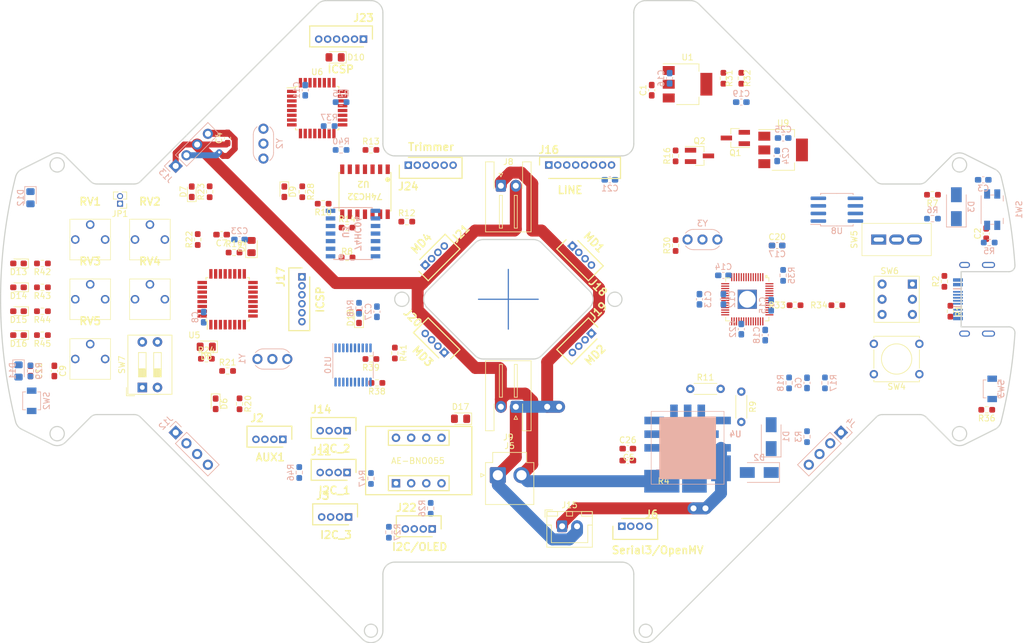
<source format=kicad_pcb>
(kicad_pcb (version 20211014) (generator pcbnew)
  (layers (0 "F.Cu" signal) (31 "B.Cu" signal) (34 "B.Paste" user) (35 "F.Paste" user) (36 "B.SilkS" user "B.Silkscreen") (37 "F.SilkS" user "F.Silkscreen") (38 "B.Mask" user) (39 "F.Mask" user) (44 "Edge.Cuts" user))
  (net 0 "")
  (net 1 "Net-(C1-Pad1)")
  (net 2 "SW1_6")
  (net 3 "+5V")
  (net 4 "SW1_3")
  (net 5 "RESET")
  (net 6 "+15V")
  (net 7 "+3.3VA")
  (net 8 "Vbatt")
  (net 9 "Net-(J16-Pad1)")
  (net 10 "Net-(C8-Pad1)")
  (net 11 "+1V1")
  (net 12 "SCL_IMU")
  (net 13 "Net-(D1-Pad2)")
  (net 14 "Net-(C11-Pad1)")
  (net 15 "Net-(D4-Pad2)")
  (net 16 "Net-(C19-Pad1)")
  (net 17 "Net-(D7-Pad2)")
  (net 18 "Net-(C25-Pad1)")
  (net 19 "Net-(D9-Pad2)")
  (net 20 "Net-(D12-Pad2)")
  (net 21 "/rp2040/GPIO14{slash}19")
  (net 22 "/rp2040/GPIO15{slash}20")
  (net 23 "/Sheet63625160/SCL_1")
  (net 24 "/Sheet63625160/SDA_1")
  (net 25 "/rp2040/GPIO08{slash}11")
  (net 26 "Net-(D13-Pad1)")
  (net 27 "/rp2040/GPIO26{slash}31")
  (net 28 "Net-(D13-Pad2)")
  (net 29 "Net-(D6-Pad2)")
  (net 30 "/rp2040/GPIO22{slash}29")
  (net 31 "SDA_IMU")
  (net 32 "Net-(J17-Pad1)")
  (net 33 "Net-(J17-Pad3)")
  (net 34 "Net-(J17-Pad4)")
  (net 35 "Net-(D14-Pad1)")
  (net 36 "Net-(D17-Pad2)")
  (net 37 "Net-(D15-Pad1)")
  (net 38 "Net-(D18-Pad2)")
  (net 39 "Net-(D16-Pad1)")
  (net 40 "Net-(J4-Pad3)")
  (net 41 "Net-(J6-Pad3)")
  (net 42 "Net-(J1-Pad5)")
  (net 43 "Net-(J1-Pad6)")
  (net 44 "Vcc1")
  (net 45 "Net-(J16-Pad2)")
  (net 46 "Net-(J20-Pad1)")
  (net 47 "Net-(J16-Pad3)")
  (net 48 "/rp2040/GPIO13{slash}17")
  (net 49 "/rp2040/GPIO21{slash}27")
  (net 50 "Net-(Q1-Pad3)")
  (net 51 "/rp2040/GPIO12{slash}16")
  (net 52 "Net-(J16-Pad4)")
  (net 53 "Net-(J16-Pad5)")
  (net 54 "Net-(J20-Pad2)")
  (net 55 "Net-(J20-Pad4)")
  (net 56 "Net-(J21-Pad1)")
  (net 57 "/rp2040/GPIO00{slash}01")
  (net 58 "/rp2040/GPIO01{slash}02")
  (net 59 "/rp2040/GPIO09{slash}12")
  (net 60 "Net-(J21-Pad2)")
  (net 61 "Net-(J19-Pad1)")
  (net 62 "Net-(J21-Pad4)")
  (net 63 "Net-(J23-Pad3)")
  (net 64 "SW1_5")
  (net 65 "SW1_2")
  (net 66 "SW1_1")
  (net 67 "Net-(J23-Pad1)")
  (net 68 "SW1_4")
  (net 69 "Net-(J16-Pad6)")
  (net 70 "ADC_VREF")
  (net 71 "USB_DP")
  (net 72 "USB_DM")
  (net 73 "QSPI_SS")
  (net 74 "Net-(J24-Pad1)")
  (net 75 "/rp2040/GPIO20{slash}26")
  (net 76 "/rp2040/GPIO28{slash}34")
  (net 77 "/rp2040/GPIO16{slash}21")
  (net 78 "/rp2040/GPIO18{slash}24")
  (net 79 "Net-(J23-Pad4)")
  (net 80 "/rp2040/GPIO17{slash}22")
  (net 81 "/rp2040/GPIO19{slash}25")
  (net 82 "/LineTrimmer/SCL")
  (net 83 "/LineTrimmer/SDA")
  (net 84 "Net-(J24-Pad2)")
  (net 85 "Line5")
  (net 86 "Net-(J24-Pad3)")
  (net 87 "Net-(J24-Pad4)")
  (net 88 "Net-(R9-Pad2)")
  (net 89 "QSPI_SD3")
  (net 90 "QSPI_CLK")
  (net 91 "QSPI_SD0")
  (net 92 "QSPI_SD2")
  (net 93 "QSPI_SD1")
  (net 94 "Net-(R13-Pad1)")
  (net 95 "Net-(R8-Pad1)")
  (net 96 "Net-(R14-Pad1)")
  (net 97 "Net-(R10-Pad1)")
  (net 98 "Net-(R19-Pad1)")
  (net 99 "Net-(R23-Pad1)")
  (net 100 "Net-(R11-Pad2)")
  (net 101 "Net-(R12-Pad1)")
  (net 102 "Net-(R28-Pad1)")
  (net 103 "Net-(R30-Pad1)")
  (net 104 "Net-(R30-Pad2)")
  (net 105 "Net-(R33-Pad1)")
  (net 106 "Net-(R34-Pad1)")
  (net 107 "Net-(R36-Pad1)")
  (net 108 "Net-(R25-Pad1)")
  (net 109 "Net-(R38-Pad2)")
  (net 110 "Net-(R39-Pad2)")
  (net 111 "Net-(R37-Pad1)")
  (net 112 "Net-(R40-Pad1)")
  (net 113 "Net-(U5-Pad7)")
  (net 114 "Net-(R43-Pad1)")
  (net 115 "Net-(U5-Pad8)")
  (net 118 "Net-(U2-Pad11)")
  (net 119 "Net-(U2-Pad12)")
  (net 120 "Net-(U2-Pad13)")
  (net 121 "Net-(U2-Pad14)")
  (net 134 "Net-(U6-Pad7)")
  (net 135 "Net-(U6-Pad8)")
  (net 146 "Net-(U7-Pad20)")
  (net 154 "Net-(R41-Pad2)")
  (net 155 "Net-(J19-Pad2)")
  (net 156 "Net-(J19-Pad4)")
  (net 158 "Net-(R37-Pad2)")
  (net 160 "Net-(R40-Pad2)")
  (net 161 "Net-(R45-Pad1)")
  (net 162 "Net-(R44-Pad1)")
  (net 164 "Net-(R42-Pad1)")
  (footprint "Resistor_SMD:R_0603_1608Metric_Pad0.98x0.95mm_HandSolder" (layer "F.Cu") (at 105 117.5 -90)
    (fp_text reference "R20")
    (fp_text value "470")
  )
  (footprint "0.main.robot:MFS101D-14-Z" (layer "F.Cu") (at 215 90 90)
    (fp_text reference "SW5")
    (fp_text value "GOAL")
  )
  (footprint "0.main.robot:Trim-GF063P" (layer "F.Cu") (at 90 90)
    (fp_text reference "RV2")
    (fp_text value "20K" hide)
  )
  (footprint "Resistor_SMD:R_0603_1608Metric_Pad0.98x0.95mm_HandSolder" (layer "F.Cu") (at 115.5 82 -90)
    (fp_text reference "R28")
    (fp_text value "470")
  )
  (footprint "0.main.robot:JSTB6B-ZR" (layer "F.Cu") (at 115.45 96.25 90)
    (fp_text reference "J17")
    (fp_text value "ICSP")
  )
  (footprint "Connector_JST:JST_XH_S2B-XH-A-1_1x02_P2.50mm_Horizontal" (layer "F.Cu") (at 148.75 81)
    (fp_text reference "J8")
    (fp_text value "MD1")
  )
  (footprint "0.main.robot:LED_SMLE13WBC8W1" (layer "F.Cu") (at 178.5 125 90)
    (fp_text reference "D4")
    (fp_text value "LED")
  )
  (footprint "Capacitor_SMD:C_0603_1608Metric_Pad1.08x0.95mm_HandSolder" (layer "F.Cu") (at 170 127)
    (fp_text reference "C5")
    (fp_text value "10u")
  )
  (footprint "0.main.robot:LED_SMLE13WBC8W1" (layer "F.Cu") (at 68 102 180)
    (fp_text reference "D15")
    (fp_text value "LED3_Y")
  )
  (footprint "Package_TO_SOT_SMD:SOT-223-3_TabPin2" (layer "F.Cu") (at 180 64)
    (fp_text reference "U1")
    (fp_text value "AZ1117CH-3.3")
  )
  (footprint "Resistor_SMD:R_0603_1608Metric_Pad0.98x0.95mm_HandSolder" (layer "F.Cu") (at 100 82 90)
    (fp_text reference "R23")
    (fp_text value "470")
  )
  (footprint "Resistor_SMD:R_0603_1608Metric_Pad0.98x0.95mm_HandSolder" (layer "F.Cu") (at 186 63 -90)
    (fp_text reference "R31")
    (fp_text value "200R")
  )
  (footprint "0.main.robot:SW_NKK_B-12CCPRM" (layer "F.Cu") (at 212.565 97.46)
    (fp_text reference "SW6")
    (fp_text value "START")
  )
  (footprint "Diode_SMD:D_0805_2012Metric_Pad1.15x1.40mm_HandSolder" (layer "F.Cu") (at 107 91.175 90)
    (fp_text reference "D5")
    (fp_text value "RSX101VAM-30TR")
  )
  (footprint "Resistor_SMD:R_0603_1608Metric_Pad0.98x0.95mm_HandSolder" (layer "F.Cu") (at 221 82.5 180)
    (fp_text reference "R7")
    (fp_text value "47k")
  )
  (footprint "0.main.robot:JSTB4B-ZR" (layer "F.Cu") (at 123 122)
    (fp_text reference "J14")
    (fp_text value "I2C_2")
  )
  (footprint "Connector_JST:JST_VH_B2P-VH-B_1x02_P3.96mm_Vertical" (layer "F.Cu") (at 148.2425 129.45)
    (fp_text reference "J5")
    (fp_text value "Power IN")
  )
  (footprint "Capacitor_SMD:C_0603_1608Metric_Pad1.08x0.95mm_HandSolder" (layer "F.Cu") (at 70 112 -90)
    (fp_text reference "C10")
    (fp_text value "0.1u")
  )
  (footprint "0.main.robot:JSTB4B-ZR" (layer "F.Cu") (at 139.272793 108.909189 -45)
    (fp_text reference "J20")
    (fp_text value "MD3")
  )
  (footprint "Resistor_SMD:R_0603_1608Metric_Pad0.98x0.95mm_HandSolder" (layer "F.Cu") (at 123 88)
    (fp_text reference "R14")
    (fp_text value "10k")
  )
  (footprint "Diode_SMD:D_0805_2012Metric_Pad1.15x1.40mm_HandSolder" (layer "F.Cu") (at 99.43 107.96 180)
    (fp_text reference "D8")
    (fp_text value "RSX101VAM-30TR")
  )
  (footprint "Button_Switch_THT:SW_DIP_SPSTx02_Slide_9.78x7.26mm_W7.62mm_P2.54mm" (layer "F.Cu") (at 88.725 114.7675 90)
    (fp_text reference "SW7")
    (fp_text value "AUX1")
  )
  (footprint "Resistor_SMD:R_0603_1608Metric_Pad0.98x0.95mm_HandSolder" (layer "F.Cu") (at 131 109 -90)
    (fp_text reference "R41")
    (fp_text value "47k")
  )
  (footprint "Resistor_SMD:R_0603_1608Metric_Pad0.98x0.95mm_HandSolder" (layer "F.Cu") (at 181.5 125 90)
    (fp_text reference "R15")
    (fp_text value "470")
  )
  (footprint "Resistor_SMD:R_0603_1608Metric_Pad0.98x0.95mm_HandSolder" (layer "F.Cu") (at 205 101)
    (fp_text reference "R34")
    (fp_text value "27.4R")
  )
  (footprint "0.main.robot:LED_SMLE13WBC8W1" (layer "F.Cu") (at 112.5 82 -90)
    (fp_text reference "D9")
    (fp_text value "LED(OSWT1608)")
  )
  (footprint "LED_SMD:LED_0603_1608Metric_Pad1.05x0.95mm_HandSolder" (layer "F.Cu") (at 97 82 90)
    (fp_text reference "D7")
    (fp_text value "LED(OSWT1608)")
  )
  (footprint "Package_TO_SOT_SMD:SOT-23_Handsoldering" (layer "F.Cu") (at 188 73 180)
    (fp_text reference "Q1")
    (fp_text value "AO3400A")
  )
  (footprint "Connector_JST:JST_XH_S2B-XH-A-1_1x02_P2.50mm_Horizontal" (layer "F.Cu") (at 151.25 118 180)
    (fp_text reference "J9")
    (fp_text value "MD2")
  )
  (footprint "Resistor_SMD:R_0603_1608Metric_Pad0.98x0.95mm_HandSolder" (layer "F.Cu") (at 123 93)
    (fp_text reference "R8")
    (fp_text value "10k")
  )
  (footprint "Connector_JST:JST_XH_B2B-XH-A_1x02_P2.50mm_Vertical" (layer "F.Cu") (at 159 138)
    (fp_text reference "J15")
    (fp_text value "5V OUT")
  )
  (footprint "0.main.robot:Trim-GF063P" (layer "F.Cu") (at 80 110)
    (fp_text reference "RV5")
    (fp_text value "20K" hide)
  )
  (footprint "Resistor_SMD:R_0603_1608Metric_Pad0.98x0.95mm_HandSolder" (layer "F.Cu") (at 127 110 180)
    (fp_text reference "R39")
    (fp_text value "47k")
  )
  (footprint "Resistor_SMD:R_0603_1608Metric_Pad0.98x0.95mm_HandSolder" (layer "F.Cu") (at 72 98 180)
    (fp_text reference "R43")
    (fp_text value "120")
  )
  (footprint "0.main.robot:JSTB6B-ZR" (layer "F.Cu") (at 125.75 56.45)
    (fp_text reference "J23")
    (fp_text value "ICSP")
  )
  (footprint "Resistor_SMD:R_0603_1608Metric_Pad0.98x0.95mm_HandSolder" (layer "F.Cu") (at 127 75)
    (fp_text reference "R13")
    (fp_text value "10k")
  )
  (footprint "0.main.robot:Trim-GF063P" (layer "F.Cu") (at 90 100)
    (fp_text reference "RV4")
    (fp_text value "20K" hide)
  )
  (footprint "Resistor_THT:R_Axial_DIN0204_L3.6mm_D1.6mm_P5.08mm_Horizontal" (layer "F.Cu") (at 180.46 115)
    (fp_text reference "R11")
    (fp_text value "330")
  )
  (footprint "Button_Switch_THT:SW_Tactile_Straight_KSA0Axx1LFTR" (layer "F.Cu") (at 218.81 112.54 180)
    (fp_text reference "SW4")
    (fp_text value "IMU SET")
  )
  (footprint "0.main.robot:JSTB4B-ZR" (layer "F.Cu") (at 136.090812 94.272793 -135)
    (fp_text reference "J21")
    (fp_text value "MD4")
  )
  (footprint "Package_TO_SOT_SMD:SOT-23_Handsoldering" (layer "F.Cu") (at 182 76)
    (fp_text reference "Q2")
    (fp_text value "AO3401A")
  )
  (footprint "Connector_PinHeader_1.27mm:PinHeader_1x02_P1.27mm_Vertical" (layer "F.Cu") (at 85 84 180)
    (fp_text reference "JP1")
    (fp_text value "Jumper_2_Bridged")
  )
  (footprint "Resistor_SMD:R_0603_1608Metric_Pad0.98x0.95mm_HandSolder" (layer "F.Cu") (at 230.0875 118.5 180)
    (fp_text reference "R36")
    (fp_text value "1kR")
  )
  (footprint "0.main.robot:LED_SMLE13WBC8W1" (layer "F.Cu") (at 125 103.0875 90)
    (fp_text reference "D18")
    (fp_text value "LED(OSWT1608)")
  )
  (footprint "Resistor_SMD:R_0603_1608Metric_Pad0.98x0.95mm_HandSolder" (layer "F.Cu") (at 103 112)
    (fp_text reference "R21")
    (fp_text value "47k")
  )
  (footprint "0.main.robot:JSTB8B-ZR" (layer "F.Cu") (at 156.775 77.525)
    (fp_text reference "J16")
    (fp_text value "LINE")
  )
  (footprint "Resistor_SMD:R_0603_1608Metric_Pad0.98x0.95mm_HandSolder" (layer "F.Cu") (at 98 90 90)
    (fp_text reference "R22")
    (fp_text value "47k")
  )
  (footprint "Resistor_SMD:R_0603_1608Metric_Pad0.98x0.95mm_HandSolder" (layer "F.Cu") (at 104.0875 92.175)
    (fp_text reference "R19")
    (fp_text value "47k")
  )
  (footprint "0.main.robot:JSTB4B-ZR" (layer "F.Cu") (at 169 138 180)
    (fp_text reference "J6")
    (fp_text value "Serial3/OpenMV")
  )
  (footprint "0.main.robot:Trim-GF063P" (layer "F.Cu") (at 80 100)
    (fp_text reference "RV3")
    (fp_text value "20K" hide)
  )
  (footprint "0.main.robot:JSTB4B-ZR" (layer "F.Cu") (at 112.25 123.45)
    (fp_text reference "J2")
    (fp_text value "AUX1")
  )
  (footprint "Resistor_SMD:R_0603_1608Metric_Pad0.98x0.95mm_HandSolder" (layer "F.Cu") (at 178 91 90)
    (fp_text reference "R30")
    (fp_text value "1k")
  )
  (footprint "Capacitor_SMD:C_0603_1608Metric_Pad1.08x0.95mm_HandSolder" (layer "F.Cu") (at 102 89.175 180)
    (fp_text reference "C7")
    (fp_text value "0.1u")
  )
  (footprint "0.main.robot:AE-BNO055" (layer "F.Cu") (at 135 127 90)
    (fp_text reference "U11" hide)
    (fp_text value "AE-BNO055" hide)
  )
  (footprint "Resistor_SMD:R_0603_1608Metric_Pad0.98x0.95mm_HandSolder" (layer "F.Cu") (at 119 84 180)
    (fp_text reference "R10")
    (fp_text value "10k")
  )
  (footprint "0.main.robot:JSTB4B-ZR" (layer "F.Cu") (at 137.25 138.45)
    (fp_text reference "J22")
    (fp_text value "I2C/OLED")
  )
  (footprint "Capacitor_SMD:C_0603_1608Metric_Pad1.08x0.95mm_HandSolder" (layer "F.Cu") (at 174 65 90)
    (fp_text reference "C1")
    (fp_text value "10uF")
  )
  (footprint "LED_SMD:LED_0603_1608Metric_Pad1.05x0.95mm_HandSolder" (layer "F.Cu") (at 101 117.5 -90)
    (fp_text reference "D6")
    (fp_text value "LED(OSWT1608)")
  )
  (footprint "Capacitor_SMD:C_0603_1608Metric_Pad1.08x0.95mm_HandSolder" (layer "F.Cu") (at 230 89 90)
    (fp_text reference "C2")
    (fp_text value "10uF")
  )
  (footprint "0.main.robot:SOP14W" (layer "F.Cu") (at 126 82 180)
    (fp_text reference "U2")
    (fp_text value "74HC32")
  )
  (footprint "0.main.robot:Trim-GF063P" (layer "F.Cu") (at 80 90)
    (fp_text reference "RV1")
    (fp_text value "20K" hide)
  )
  (footprint "0.main.robot:JSTB6B-ZR" (layer "F.Cu") (at 133.25 77.55 180)
    (fp_text reference "J24")
    (fp_text value "Trimmer")
  )
  (footprint "Resistor_SMD:R_0603_1608Metric_Pad0.98x0.95mm_HandSolder" (layer "F.Cu") (at 224 102 -90)
    (fp_text reference "R1")
    (fp_text value "5.1kR")
  )
  (footprint "Resistor_SMD:R_0603_1608Metric_Pad0.98x0.95mm_HandSolder" (layer "F.Cu") (at 72 106 180)
    (fp_text reference "R45")
    (fp_text value "120")
  )
  (footprint "0.main.robot:JSTB4B-ZR" (layer "F.Cu") (at 160.727208 91.090812 135)
    (fp_text reference "J18")
    (fp_text value "MD1")
  )
  (footprint "Capacitor_SMD:C_0603_1608Metric_Pad1.08x0.95mm_HandSolder" (layer "F.Cu") (at 74 112 -90)
    (fp_text reference "C9")
    (fp_text value "10u")
  )
  (footprint "Package_TO_SOT_SMD:SOT-223-3_TabPin2" (layer "F.Cu") (at 196 75)
    (fp_text reference "U9")
    (fp_text value "AZ1117CH-3.3")
  )
  (footprint "Capacitor_SMD:C_0603_1608Metric_Pad1.08x0.95mm_HandSolder" (layer "F.Cu") (at 170 125)
    (fp_text reference "C26")
    (fp_text value "0.1u")
  )
  (footprint "Package_QFP:TQFP-32_7x7mm_P0.8mm" (layer "F.Cu") (at 103 100 90)
    (fp_text reference "U5")
    (fp_text value "ATmega328P-AU")
  )
  (footprint "Capacitor_SMD:C_0603_1608Metric_Pad1.08x0.95mm_HandSolder" (layer "F.Cu") (at 103 73 90)
    (fp_text reference "C4")
    (fp_text value "10u")
  )
  (footprint "Resistor_SMD:R_0603_1608Metric_Pad0.98x0.95mm_HandSolder" (layer "F.Cu") (at 133 87)
    (fp_text reference "R12")
    (fp_text value "10k")
  )
  (footprint "0.main.robot:LED_SMLE13WBC8W1" (layer "F.Cu") (at 68 106 180)
    (fp_text reference "D16")
    (fp_text value "LED4_B")
  )
  (footprint "Resistor_SMD:R_0603_1608Metric_Pad0.98x0.95mm_HandSolder" (layer "F.Cu") (at 223 97 90)
    (fp_text reference "R2")
    (fp_text value "5.1kR")
  )
  (footprint "0.main.robot:LED_SMLE13WBC8W1" (layer "F.Cu") (at 68 94 180)
    (fp_text reference "D13")
    (fp_text value "LED1_R")
  )
  (footprint "Package_QFP:TQFP-32_7x7mm_P0.8mm" (layer "F.Cu") (at 118 68)
    (fp_text reference "U6")
    (fp_text value "ATmega328P-AU")
  )
  (footprint "0.main.robot:JSTB4B-ZR" (layer "F.Cu") (at 163.909189 105.727208 45)
    (fp_text reference "J19")
    (fp_text value "MD2")
  )
  (footprint "Resistor_SMD:R_0603_1608Metric_Pad0.98x0.95mm_HandSolder" (layer "F.Cu") (at 198 101)
    (fp_text reference "R33")
    (fp_text value "27.4R")
  )
  (footprint "Capacitor_SMD:C_0603_1608Metric_Pad1.08x0.95mm_HandSolder" (layer "F.Cu") (at 195 91)
    (fp_text reference "C20")
    (fp_text value "0.1u")
  )
  (footprint "Diode_SMD:D_0805_2012Metric_Pad1.15x1.40mm_HandSolder" (layer "F.Cu") (at 142 120 180)
    (fp_text reference "D17")
    (fp_text value "RSX101VAM-30")
  )
  (footprint "Resistor_SMD:R_0603_1608Metric_Pad0.98x0.95mm_HandSolder" (layer "F.Cu") (at 189 63 90)
    (fp_text reference "R32")
    (fp_text value "1R")
  )
  (footprint "0.main.robot:LED_SMLE13WBC8W1" (layer "F.Cu") (at 68 98 180)
    (fp_text reference "D14")
    (fp_text value "LED2_G")
  )
  (footprint "Resistor_SMD:R_0603_1608Metric_Pad0.98x0.95mm_HandSolder" (layer "F.Cu") (at 128 114 180)
    (fp_text reference "R38")
    (fp_text value "47k")
  )
  (footprint "0.main.robot:JSTB4B-ZR" (layer "F.Cu") (at 123 129)
    (fp_text reference "J11")
    (fp_text value "I2C_1")
  )
  (footprint "Resistor_SMD:R_0603_1608Metric_Pad0.98x0.95mm_HandSolder" (layer "F.Cu") (at 176 129 180)
    (fp_text reference "R4")
    (fp_text value "10k")
  )
  (footprint "rp2040:RP2040_hand" (layer "F.Cu") (at 190 100 -90)
    (fp_text reference "U7" hide)
    (fp_text value "RP2040" hide)
  )
  (footprint "Resistor_THT:R_Axial_DIN0204_L3.6mm_D1.6mm_P5.08mm_Horizontal" (layer "F.Cu") (at 189 115.46 -90)
    (fp_text reference "R9")
    (fp_text value "1k")
  )
  (footprint "Resistor_SMD:R_0603_1608Metric_Pad0.98x0.95mm_HandSolder" (layer "F.Cu") (at 72 102 180)
    (fp_text reference "R44")
    (fp_text value "120")
  )
  (footprint "Resistor_SMD:R_0603_1608Metric_Pad0.98x0.95mm_HandSolder" (layer "F.Cu") (at 99.455 109.96)
    (fp_text reference "R24")
    (fp_text value "10k")
  )
  (footprint "Resistor_SMD:R_0603_1608Metric_Pad0.98x0.95mm_HandSolder" (layer "F.Cu") (at 178 76 90)
    (fp_text reference "R16")
    (fp_text value "10k")
  )
  (footprint "0.main.robot:JSTB4B-ZR" (layer "F.Cu") (at 123.25 136.45)
    (fp_text reference "J3")
    (fp_text value "I2C_3")
  )
  (footprint "Diode_SMD:D_0805_2012Metric_Pad1.15x1.40mm_HandSolder" (layer "F.Cu") (at 121 59.5 180)
    (fp_text reference "D10")
    (fp_text value "RSX101VAM-30")
  )
  (footprint "Resistor_SMD:R_0603_1608Metric_Pad0.98x0.95mm_HandSolder" (layer "F.Cu") (at 72 94 180)
    (fp_text reference "R42")
    (fp_text value "120")
  )
  (footprint "Capacitor_SMD:C_0603_1608Metric_Pad1.08x0.95mm_HandSolder" (layer "B.Cu") (at 195 76 90)
    (fp_text reference "C24")
    (fp_text value "10uF")
  )
  (footprint "Capacitor_SMD:C_0603_1608Metric_Pad1.08x0.95mm_HandSolder" (layer "B.Cu") (at 196 73 180)
    (fp_text reference "C25")
    (fp_text value "10uF")
  )
  (footprint "Resistor_SMD:R_0603_1608Metric_Pad0.98x0.95mm_HandSolder" (layer "B.Cu") (at 196 96 90)
    (fp_text reference "R35")
    (fp_text value "10kR")
  )
  (footprint "0.main.robot:OKL-T3-W12N-C" (layer "B.Cu") (at 186.107 118.773)
    (fp_text reference "U4")
    (fp_text value "OKL-T_3-W12N-C" hide)
  )
  (footprint "Resistor_SMD:R_0603_1608Metric_Pad0.98x0.95mm_HandSolder" (layer "B.Cu") (at 137 135 -90)
    (fp_text reference "R26")
    (fp_text value "47k")
  )
  (footprint "Capacitor_SMD:C_0603_1608Metric_Pad1.08x0.95mm_HandSolder" (layer "B.Cu") (at 186 96 180)
    (fp_text reference "C14")
    (fp_text value "1uF")
  )
  (footprint "Resistor_SMD:R_0603_1608Metric_Pad0.98x0.95mm_HandSolder" (layer "B.Cu") (at 70 112 90)
    (fp_text reference "R29")
    (fp_text value "10k")
  )
  (footprint "Capacitor_SMD:C_0603_1608Metric_Pad1.08x0.95mm_HandSolder" (layer "B.Cu") (at 105 90 180)
    (fp_text reference "C23")
    (fp_text value "0.1u")
  )
  (footprint "Resistor_SMD:R_0603_1608Metric_Pad0.98x0.95mm_HandSolder" (layer "B.Cu") (at 221 86.5 180)
    (fp_text reference "R6")
    (fp_text value "47k")
  )
  (footprint "Resistor_SMD:R_0603_1608Metric_Pad0.98x0.95mm_HandSolder" (layer "B.Cu") (at 203 114 90)
    (fp_text reference "R17")
    (fp_text value "47k")
  )
  (footprint "0.main.robot:THAU13-AB-R" (layer "B.Cu") (at 231 85 90)
    (fp_text reference "SW1")
    (fp_text value "Reset")
  )
  (footprint "Resistor_SMD:R_0603_1608Metric_Pad0.98x0.95mm_HandSolder" (layer "B.Cu") (at 127 130 -90)
    (fp_text reference "R47")
    (fp_text value "47k")
  )
  (footprint "Capacitor_SMD:C_0603_1608Metric_Pad1.08x0.95mm_HandSolder" (layer "B.Cu") (at 186 100 90)
    (fp_text reference "C12")
    (fp_text value "0.1u")
  )
  (footprint "Resistor_SMD:R_0603_1608Metric_Pad0.98x0.95mm_HandSolder" (layer "B.Cu") (at 120 71 180)
    (fp_text reference "R37")
    (fp_text value "470")
  )
  (footprint "Capacitor_SMD:C_0603_1608Metric_Pad1.08x0.95mm_HandSolder" (layer "B.Cu") (at 167 80)
    (fp_text reference "C21")
    (fp_text value "0.1u")
  )
  (footprint "Resistor_SMD:R_0603_1608Metric_Pad0.98x0.95mm_HandSolder" (layer "B.Cu") (at 197 114 -90)
    (fp_text reference "R18")
    (fp_text value "10k")
  )
  (footprint "Package_SO:TSSOP-20_4.4x6.5mm_P0.65mm" (layer "B.Cu") (at 124 111 -90)
    (fp_text reference "U10")
    (fp_text value "PCF8574PW")
  )
  (footprint "Capacitor_SMD:C_0603_1608Metric_Pad1.08x0.95mm_HandSolder" (layer "B.Cu") (at 116 65 -90)
    (fp_text reference "C11")
    (fp_text value "10u")
  )
  (footprint "Resistor_SMD:R_0603_1608Metric_Pad0.98x0.95mm_HandSolder" (layer "B.Cu") (at 130 139 90)
    (fp_text reference "R27")
    (fp_text value "47k")
  )
  (footprint "Resistor_SMD:R_0603_1608Metric_Pad0.98x0.95mm_HandSolder" (layer "B.Cu") (at 122 75 180)
    (fp_text reference "R40")
    (fp_text value "470")
  )
  (footprint "Connector_PinHeader_2.54mm:PinHeader_1x04_P2.54mm_Vertical" (layer "B.Cu") (at 205.687006 122.312994 135)
    (fp_text reference "J4")
    (fp_text value "XBee")
  )
  (footprint "Resistor_SMD:R_0603_1608Metric_Pad0.98x0.95mm_HandSolder" (layer "B.Cu") (at 122 67 180)
    (fp_text reference "R25")
    (fp_text value "47k")
  )
  (footprint "Diode_SMD:D_SMA" (layer "B.Cu") (at 194 123 90)
    (fp_text reference "D1")
    (fp_text value "SX34F")
  )
  (footprint "Capacitor_SMD:C_0603_1608Metric_Pad1.08x0.95mm_HandSolder" (layer "B.Cu") (at 194 101 -90)
    (fp_text reference "C15")
    (fp_text value "0.1u")
  )
  (footprint "Capacitor_SMD:C_0603_1608Metric_Pad1.08x0.95mm_HandSolder" (layer "B.Cu") (at 195 91)
    (fp_text reference "C17")
    (fp_text value "0.1u")
  )
  (footprint "Capacitor_SMD:C_0603_1608Metric_Pad1.08x0.95mm_HandSolder" (layer "B.Cu") (at 182 100 90)
    (fp_text reference "C13")
    (fp_text value "0.1u")
  )
  (footprint "0.main.robot:TVAF06-A020B-R" (layer "B.Cu") (at 70.2 117 90)
    (fp_text reference "SW2")
    (fp_text value "RESET")
  )
  (footprint "Diode_SMD:D_SMA" (layer "B.Cu") (at 225 84.5 90)
    (fp_text reference "D3")
    (fp_text value "RSX101VAM-30TR")
  )
  (footprint "Connector_PinHeader_2.54mm:PinHeader_1x04_P2.54mm_Vertical" (layer "B.Cu") (at 94.312994 122.312994 -135)
    (fp_text reference "J12")
    (fp_text value "drib-kick")
  )
  (footprint "rp2040:W25Q16-128JV-SOIC" (layer "B.Cu") (at 205 85)
    (fp_text reference "U8")
    (fp_text value "W25Q128JVS")
  )
  (footprint "Diode_SMD:D_SMA" (layer "B.Cu") (at 192 129 180)
    (fp_text reference "D2")
    (fp_text value "SX34F")
  )
  (footprint "0.main.robot:SOP14W" (layer "B.Cu") (at 124 89 90)
    (fp_text reference "U3")
    (fp_text value "74HC04")
  )
  (footprint "Resistor_SMD:R_0603_1608Metric_Pad0.98x0.95mm_HandSolder" (layer "B.Cu") (at 125 101.5 -90)
    (fp_text reference "R48")
    (fp_text value "470")
  )
  (footprint "Capacitor_SMD:C_0603_1608Metric_Pad1.08x0.95mm_HandSolder" (layer "B.Cu") (at 177 63 -90)
    (fp_text reference "C16")
    (fp_text value "1uF")
  )
  (footprint "Capacitor_SMD:C_0603_1608Metric_Pad1.08x0.95mm_HandSolder" (layer "B.Cu") (at 189 67 180)
    (fp_text reference "C19")
    (fp_text value "1uF")
  )
  (footprint "Resistor_SMD:R_0603_1608Metric_Pad0.98x0.95mm_HandSolder" (layer "B.Cu") (at 200 123 -90)
    (fp_text reference "R3")
    (fp_text value "10k")
  )
  (footprint "Resistor_SMD:R_0603_1608Metric_Pad0.98x0.95mm_HandSolder" (layer "B.Cu") (at 230.5 90.5)
    (fp_text reference "R5")
    (fp_text value "47k")
  )
  (footprint "Capacitor_SMD:C_0603_1608Metric_Pad1.08x0.95mm_HandSolder" (layer "B.Cu") (at 229.5 80)
    (fp_text reference "C3")
    (fp_text value "10u")
  )
  (footprint "Crystal:Resonator-3Pin_W6.0mm_H3.0mm" (layer "B.Cu") (at 185 90 180)
    (fp_text reference "Y3")
    (fp_text value "12Mhz")
  )
  (footprint "Connector_PinHeader_2.54mm:PinHeader_1x04_P2.54mm_Vertical" (layer "B.Cu") (at 94.312994 77.687006 -45)
    (fp_text reference "J13")
    (fp_text value "drib-kick")
  )
  (footprint "Capacitor_SMD:C_0603_1608Metric_Pad1.08x0.95mm_HandSolder" (layer "B.Cu") (at 128 102.0875 -90)
    (fp_text reference "C27")
    (fp_text value "10u")
  )
  (footprint "0.main.robot:TVAF06-A020B-R" (layer "B.Cu") (at 231 115 -90)
    (fp_text reference "SW3")
    (fp_text value "BOOTSEL")
  )
  (footprint "Diode_SMD:D_0805_2012Metric_Pad1.15x1.40mm_HandSolder" (layer "B.Cu") (at 68 112 -90)
    (fp_text reference "D11")
    (fp_text value "RSX101VAM-30")
  )
  (footprint "Capacitor_SMD:C_0603_1608Metric_Pad1.08x0.95mm_HandSolder" (layer "B.Cu") (at 193 106 -90)
    (fp_text reference "C18")
    (fp_text value "0.1u")
  )
  (footprint "Resistor_SMD:R_0603_1608Metric_Pad0.98x0.95mm_HandSolder" (layer "B.Cu") (at 115 129 -90)
    (fp_text reference "R46")
    (fp_text value "47k")
  )
  (footprint "Capacitor_SMD:C_0603_1608Metric_Pad1.08x0.95mm_HandSolder" (layer "B.Cu") (at 99 103 -90)
    (fp_text reference "C8")
    (fp_text value "10u")
  )
  (footprint "Diode_SMD:D_0805_2012Metric_Pad1.15x1.40mm_HandSolder" (layer "B.Cu") (at 70 83 -90)
    (fp_text reference "D12")
    (fp_text value "RSX101VAM-30")
  )
  (footprint "Capacitor_SMD:C_0603_1608Metric_Pad1.08x0.95mm_HandSolder" (layer "B.Cu") (at 200 114 -90)
    (fp_text reference "C6")
    (fp_text value "10u")
  )
  (footprint "Crystal:Resonator-3Pin_W6.0mm_H3.0mm" (layer "B.Cu") (at 109 76.45 90)
    (fp_text reference "Y2")
    (fp_text value "8Mhz")
  )
  (footprint "Crystal:Resonator-3Pin_W6.0mm_H3.0mm" (layer "B.Cu") (at 108 110)
    (fp_text reference "Y1")
    (fp_text value "8Mhz")
  )
  (footprint "Capacitor_SMD:C_0603_1608Metric_Pad1.08x0.95mm_HandSolder" (layer "B.Cu") (at 189 105 -90)
    (fp_text reference "C22")
    (fp_text value "0.1u")
  )
  (footprint "rp2040:USB-C-12-Pin-MidMount-ali-v4" (layer "B.Cu") (at 225.27 100 -90)
    (fp_text reference "J1" hide)
    (fp_text value "USB2.0_C_v3")
  )
  (gr_line (start 163.585787 101.414214) (end 155.585787 109.414214) (layer "Edge.Cuts") (width 0.2))
  (gr_arc (start 88.421049 80.26167) (mid 87.934414 80.586829) (end 87.360389 80.70101) (layer "Edge.Cuts") (width 0.2))
  (gr_arc (start 136.414213 101.414214) (mid 135.828427 100) (end 136.414213 98.585786) (layer "Edge.Cuts") (width 0.2))
  (gr_line (start 129 74) (end 129 51.999999) (layer "Edge.Cuts") (width 0.2))
  (gr_line (start 219.942911 119.738329) (end 224.11708 123.912499) (layer "Edge.Cuts") (width 0.2))
  (gr_line (start 68.547494 121.773748) (end 73.574278 124.287139) (layer "Edge.Cuts") (width 0.2))
  (gr_arc (start 233.811787 104.62) (mid 234.542174 104.936953) (end 234.809546 105.686905) (layer "Edge.Cuts") (width 0.2))
  (gr_circle (center 173 155.488851) (end 174.1 155.488851) (layer "Edge.Cuts") (width 0.2) (fill none))
  (gr_arc (start 67.500763 120.466457) (mid 65 100) (end 67.500763 79.533543) (layer "Edge.Cuts") (width 0.2))
  (gr_line (start 122.613437 153.930717) (end 125.585786 156.903066) (layer "Edge.Cuts") (width 0.2))
  (gr_line (start 154.171573 110) (end 145.828427 110) (layer "Edge.Cuts") (width 0.2))
  (gr_arc (start 67.500763 79.533543) (mid 67.880708 78.765062) (end 68.547494 78.226252) (layer "Edge.Cuts") (width 0.2))
  (gr_arc (start 232.499237 79.533543) (mid 233.980153 86.872397) (end 234.809546 94.313095) (layer "Edge.Cuts") (width 0.2))
  (gr_arc (start 180.488851 49.999999) (mid 181.254229 50.152224) (end 181.903065 50.585786) (layer "Edge.Cuts") (width 0.2))
  (gr_arc (start 163.585787 98.585786) (mid 164.171573 100) (end 163.585787 101.414214) (layer "Edge.Cuts") (width 0.2))
  (gr_arc (start 155.585787 109.414214) (mid 154.93694 109.847761) (end 154.171573 110) (layer "Edge.Cuts") (width 0.2))
  (gr_line (start 180.488851 49.999999) (end 173 49.999999) (layer "Edge.Cuts") (width 0.2))
  (gr_line (start 155.585787 90.585786) (end 163.585787 98.585786) (layer "Edge.Cuts") (width 0.2))
  (gr_arc (start 81.117749 80.701011) (mid 80.543723 80.58683) (end 80.057088 80.26167) (layer "Edge.Cuts") (width 0.2))
  (gr_line (start 212.63961 119.298989) (end 218.88225 119.298989) (layer "Edge.Cuts") (width 0.2))
  (gr_line (start 225.8 95.38) (end 233.811787 95.38) (layer "Edge.Cuts") (width 0.2))
  (gr_arc (start 131 76) (mid 129.585786 75.414214) (end 129 74) (layer "Edge.Cuts") (width 0.2))
  (gr_line (start 75.882918 123.912499) (end 80.057088 119.73833) (layer "Edge.Cuts") (width 0.2))
  (gr_arc (start 232.499237 120.466457) (mid 232.119292 121.234936) (end 231.452506 121.773748) (layer "Edge.Cuts") (width 0.2))
  (gr_line (start 127 49.999999) (end 119.511149 49.999999) (layer "Edge.Cuts") (width 0.2))
  (gr_arc (start 171 74) (mid 170.414214 75.414214) (end 169 76) (layer "Edge.Cuts") (width 0.2))
  (gr_line (start 233.811787 104.62) (end 225.8 104.62) (layer "Edge.Cuts") (width 0.2))
  (gr_circle (center 127 155.488853) (end 128.1 155.488853) (layer "Edge.Cuts") (width 0.2) (fill none))
  (gr_line (start 131 144.000001) (end 169 144.000001) (layer "Edge.Cuts") (width 0.2))
  (gr_arc (start 234.809546 105.686905) (mid 233.980152 113.127603) (end 232.499237 120.466457) (layer "Edge.Cuts") (width 0.2))
  (gr_arc (start 68.547494 121.773748) (mid 67.880708 121.234938) (end 67.500763 120.466457) (layer "Edge.Cuts") (width 0.2))
  (gr_line (start 96.069282 72.613437) (end 88.421049 80.26167) (layer "Edge.Cuts") (width 0.2))
  (gr_arc (start 127 49.999999) (mid 128.414213 50.585786) (end 129 51.999999) (layer "Edge.Cuts") (width 0.2))
  (gr_line (start 144.414213 109.414214) (end 136.414213 101.414214) (layer "Edge.Cuts") (width 0.2))
  (gr_arc (start 219.942911 80.26167) (mid 219.456278 80.586844) (end 218.88225 80.70101) (layer "Edge.Cuts") (width 0.2))
  (gr_arc (start 212.63961 80.70101) (mid 212.065582 80.586833) (end 211.57895 80.26167) (layer "Edge.Cuts") (width 0.2))
  (gr_line (start 224.117081 76.087501) (end 219.942911 80.26167) (layer "Edge.Cuts") (width 0.2))
  (gr_arc (start 171 51.999999) (mid 171.585787 50.585786) (end 173 49.999999) (layer "Edge.Cuts") (width 0.2))
  (gr_line (start 73.574277 75.712859) (end 68.547494 78.226252) (layer "Edge.Cuts") (width 0.2))
  (gr_line (start 96.069282 127.386561) (end 122.613437 153.930717) (layer "Edge.Cuts") (width 0.2))
  (gr_line (start 226.425721 124.28714) (end 231.452506 121.773748) (layer "Edge.Cuts") (width 0.2))
  (gr_circle (center 132.171573 100) (end 133.371573 100) (layer "Edge.Cuts") (width 0.2) (fill none))
  (gr_arc (start 226.425721 124.28714) (mid 225.210931 124.472458) (end 224.11708 123.912499) (layer "Edge.Cuts") (width 0.2))
  (gr_line (start 80.057088 80.26167) (end 75.882919 76.0875) (layer "Edge.Cuts") (width 0.2))
  (gr_arc (start 87.360389 119.298989) (mid 87.934414 119.41317) (end 88.421049 119.738329) (layer "Edge.Cuts") (width 0.2))
  (gr_line (start 225.8 104.62) (end 225.8 95.38) (layer "Edge.Cuts") (width 0.2))
  (gr_line (start 171 146.000001) (end 171 155.488851) (layer "Edge.Cuts") (width 0.2))
  (gr_line (start 203.930717 72.613438) (end 181.903065 50.585786) (layer "Edge.Cuts") (width 0.2))
  (gr_arc (start 73.574277 75.712859) (mid 74.789069 75.527539) (end 75.882919 76.0875) (layer "Edge.Cuts") (width 0.2))
  (gr_arc (start 129 155.488853) (mid 127.765367 157.336612) (end 125.585786 156.903066) (layer "Edge.Cuts") (width 0.2))
  (gr_arc (start 218.88225 119.298989) (mid 219.456266 119.413186) (end 219.942911 119.738329) (layer "Edge.Cuts") (width 0.2))
  (gr_circle (center 225.531294 77.501714) (end 226.731294 77.501714) (layer "Edge.Cuts") (width 0.2) (fill none))
  (gr_arc (start 118.096935 50.585786) (mid 118.745782 50.15224) (end 119.511149 49.999999) (layer "Edge.Cuts") (width 0.2))
  (gr_line (start 88.421049 119.738329) (end 96.069282 127.386561) (layer "Edge.Cuts") (width 0.2))
  (gr_arc (start 174.414214 156.903064) (mid 172.234633 157.33661) (end 171 155.488851) (layer "Edge.Cuts") (width 0.2))
  (gr_circle (center 225.531294 122.498285) (end 226.731294 122.498285) (layer "Edge.Cuts") (width 0.2) (fill none))
  (gr_arc (start 145.828427 110) (mid 145.06306 109.847759) (end 144.414213 109.414214) (layer "Edge.Cuts") (width 0.2))
  (gr_line (start 118.096935 50.585786) (end 96.069282 72.613437) (layer "Edge.Cuts") (width 0.2))
  (gr_line (start 203.930717 127.386562) (end 211.57895 119.738329) (layer "Edge.Cuts") (width 0.2))
  (gr_arc (start 75.882918 123.912499) (mid 74.789069 124.47246) (end 73.574278 124.287139) (layer "Edge.Cuts") (width 0.2))
  (gr_arc (start 80.057088 119.73833) (mid 80.543723 119.41317) (end 81.117749 119.298989) (layer "Edge.Cuts") (width 0.2))
  (gr_line (start 129 155.488853) (end 129 146.000001) (layer "Edge.Cuts") (width 0.2))
  (gr_circle (center 74.468705 122.498285) (end 75.668705 122.498285) (layer "Edge.Cuts") (width 0.2) (fill none))
  (gr_line (start 81.117749 119.298989) (end 87.360389 119.298989) (layer "Edge.Cuts") (width 0.2))
  (gr_circle (center 74.468705 77.501714) (end 75.668705 77.501714) (layer "Edge.Cuts") (width 0.2) (fill none))
  (gr_line (start 169 76) (end 131 76) (layer "Edge.Cuts") (width 0.2))
  (gr_arc (start 144.414213 90.585786) (mid 145.06306 90.152241) (end 145.828427 90) (layer "Edge.Cuts") (width 0.2))
  (gr_line (start 145.828427 90) (end 154.171573 90) (layer "Edge.Cuts") (width 0.2))
  (gr_line (start 174.414214 156.903064) (end 177.386561 153.930717) (layer "Edge.Cuts") (width 0.2))
  (gr_line (start 177.386561 153.930717) (end 203.930717 127.386562) (layer "Edge.Cuts") (width 0.2))
  (gr_line (start 136.414213 98.585786) (end 144.414213 90.585786) (layer "Edge.Cuts") (width 0.2))
  (gr_arc (start 154.171573 90) (mid 154.936939 90.152242) (end 155.585787 90.585786) (layer "Edge.Cuts") (width 0.2))
  (gr_arc (start 169 144.000001) (mid 170.414213 144.585787) (end 171 146.000001) (layer "Edge.Cuts") (width 0.2))
  (gr_arc (start 231.452506 78.226252) (mid 232.119297 78.765059) (end 232.499237 79.533543) (layer "Edge.Cuts") (width 0.2))
  (gr_arc (start 234.809546 94.313095) (mid 234.542164 95.063038) (end 233.811787 95.38) (layer "Edge.Cuts") (width 0.2))
  (gr_circle (center 167.828427 100) (end 169.028427 100) (layer "Edge.Cuts") (width 0.2) (fill none))
  (gr_line (start 218.88225 80.70101) (end 212.63961 80.70101) (layer "Edge.Cuts") (width 0.2))
  (gr_line (start 171 51.999999) (end 171 74) (layer "Edge.Cuts") (width 0.2))
  (gr_line (start 231.452506 78.226252) (end 226.425721 75.71286) (layer "Edge.Cuts") (width 0.2))
  (gr_line (start 87.360389 80.70101) (end 81.117749 80.701011) (layer "Edge.Cuts") (width 0.2))
  (gr_arc (start 211.57895 119.738329) (mid 212.065586 119.413176) (end 212.63961 119.298989) (layer "Edge.Cuts") (width 0.2))
  (gr_line (start 211.57895 80.26167) (end 203.930717 72.613438) (layer "Edge.Cuts") (width 0.2))
  (gr_arc (start 129 146.000001) (mid 129.585786 144.585787) (end 131 144.000001) (layer "Edge.Cuts") (width 0.2))
  (gr_arc (start 224.117081 76.087501) (mid 225.21093 75.527533) (end 226.425721 75.71286) (layer "Edge.Cuts") (width 0.2))
  (dimension (type center) (layer "B.Cu") (pts (xy 150 100) (xy 155 100)) (style (thickness 0.2) (arrow_length 1.27) (text_position_mode 0) (extension_offset 0.5) keep_text_aligned))
  (segment (start 158.5 118) (end 156.5 118) (width 2) (layer "F.Cu") (net 2))
  (segment (start 165.181823 98.126367) (end 165.181823 101.818177) (width 2) (layer "F.Cu") (net 2))
  (segment (start 154 88.5) (end 155.555456 88.5) (width 2) (layer "F.Cu") (net 2))
  (segment (start 154 80.63873) (end 154 88.5) (width 2) (layer "F.Cu") (net 2))
  (segment (start 148.75 80.38873) (end 150.33873 78.8) (width 2) (layer "F.Cu") (net 2))
  (segment (start 165.181823 101.818177) (end 156.5 110.5) (width 2) (layer "F.Cu") (net 2))
  (segment (start 155.555456 88.5) (end 165.181823 98.126367) (width 2) (layer "F.Cu") (net 2))
  (segment locked (start 151.25 118) (end 151.25 126.4425) (width 2) (layer "F.Cu") (net 2))
  (segment (start 104.2 73.199175) (end 104.2 74.8) (width 1) (layer "F.Cu") (net 2))
  (segment (start 102.214356 76) (end 101.607178 75.392822) (width 1) (layer "F.Cu") (net 2))
  (segment locked (start 151.25 126.4425) (end 148.2425 129.45) (width 2) (layer "F.Cu") (net 2))
  (segment (start 150.33873 78.8) (end 152.16127 78.8) (width 2) (layer "F.Cu") (net 2))
  (segment (start 152.16127 78.8) (end 154 80.63873) (width 2) (layer "F.Cu") (net 2))
  (segment (start 99.701148 72.298852) (end 103.299677 72.298852) (width 1) (layer "F.Cu") (net 2))
  (segment (start 103.299677 72.298852) (end 104.2 73.199175) (width 1) (layer "F.Cu") (net 2))
  (segment (start 104.2 74.8) (end 103 76) (width 1) (layer "F.Cu") (net 2))
  (segment (start 99.8625 72.1375) (end 99.701148 72.298852) (width 1) (layer "F.Cu") (net 2))
  (segment (start 148.75 81) (end 148.75 80.38873) (width 2) (layer "F.Cu") (net 2))
  (segment (start 103 76) (end 102.214356 76) (width 1) (layer "F.Cu") (net 2))
  (segment (start 156.5 110.5) (end 156.5 118) (width 2) (layer "F.Cu") (net 2))
  (segment (start 103 72.1375) (end 99.8625 72.1375) (width 1) (layer "F.Cu") (net 2))
  (via (at 156.5 118) (size 1.5) (drill 1) (layers "F.Cu" "B.Cu") (net 2))
  (via (at 158.5 118) (size 1.5) (drill 1) (layers "F.Cu" "B.Cu") (net 2))
  (via (at 101.607178 75.392822) (size 0.8) (drill 0.4) (layers "F.Cu" "B.Cu") (net 2))
  (segment locked (start 160.20061 140.2) (end 161.5 138.90061) (width 2) (layer "B.Cu") (net 2))
  (segment (start 161.5 138.90061) (end 161.5 138) (width 2) (layer "B.Cu") (net 2))
  (segment (start 101.109045 75.890955) (end 96.109045 75.890955) (width 1) (layer "B.Cu") (net 2))
  (segment (start 148.2425 129.45) (end 148.2425 131.060876) (width 2) (layer "B.Cu") (net 2))
  (segment locked (start 148.2425 131.060876) (end 157.381624 140.2) (width 2) (layer "B.Cu") (net 2))
  (segment (start 101.607178 75.392822) (end 101.109045 75.890955) (width 1) (layer "B.Cu") (net 2))
  (segment locked (start 157.381624 140.2) (end 160.20061 140.2) (width 2) (layer "B.Cu") (net 2))
  (segment (start 151.25 118) (end 158.5 118) (width 2) (layer "B.Cu") (net 2))
  (segment (start 159 138) (end 159 137.450862) (width 2) (layer "F.Cu") (net 3))
  (segment (start 161.450862 135) (end 181 135) (width 2) (layer "F.Cu") (net 3))
  (segment (start 159 137.450862) (end 161.450862 135) (width 2) (layer "F.Cu") (net 3))
  (segment (start 181 135) (end 183.057 135) (width 2) (layer "F.Cu") (net 3))
  (via (at 183 135) (size 1.5) (drill 1) (layers "F.Cu" "B.Cu") (net 3))
  (via (at 181 135) (size 1.5) (drill 1) (layers "F.Cu" "B.Cu") (net 3))
  (segment (start 185.602 128.295) (end 185.599 128.298) (width 2) (layer "B.Cu") (net 3))
  (segment (start 185.5285 132.5285) (end 183.057 135) (width 2) (layer "B.Cu") (net 3))
  (segment (start 185.599 128.298) (end 185.599 132.401) (width 2) (layer "B.Cu") (net 3))
  (segment (start 185.599 132.401) (end 185.599 132.458) (width 2) (layer "B.Cu") (net 3))
  (segment (start 183 135) (end 181 135) (width 2) (layer "B.Cu") (net 3))
  (segment (start 185.602 124.873) (end 185.602 128.295) (width 2) (layer "B.Cu") (net 3))
  (segment (start 183.057 135) (end 183 135) (width 2) (layer "B.Cu") (net 3))
  (segment (start 185.599 132.458) (end 185.5285 132.5285) (width 2) (layer "B.Cu") (net 3))
  (segment (start 152.8 115.8) (end 154 117) (width 2) (layer "F.Cu") (net 6))
  (segment (start 97.905096 74.094904) (end 121.095028 97.284836) (width 2) (layer "F.Cu") (net 6))
  (segment (start 135.659708 97.284836) (end 136.222272 96.722272) (width 2) (layer "F.Cu") (net 6))
  (segment (start 148.5 111.5) (end 144.5 111.5) (width 2) (layer "F.Cu") (net 6))
  (segment (start 94.312994 75.494974) (end 94.312994 77.687006) (width 1) (layer "F.Cu") (net 6))
  (segment (start 102.767596 74.094904) (end 103 73.8625) (width 1) (layer "F.Cu") (net 6))
  (segment (start 97.905096 74.094904) (end 95.713064 74.094904) (width 1) (layer "F.Cu") (net 6))
  (segment (start 95.713064 74.094904) (end 94.312994 75.494974) (width 1) (layer "F.Cu") (net 6))
  (segment (start 121.095028 97.284836) (end 135.659708 97.284836) (width 2) (layer "F.Cu") (net 6))
  (segment (start 148.75 111.75) (end 148.5 111.5) (width 2) (layer "F.Cu") (net 6))
  (segment (start 148.75 118) (end 148.75 116.75) (width 2) (layer "F.Cu") (net 6))
  (segment (start 144.5 111.5) (end 134.818177 101.818177) (width 2) (layer "F.Cu") (net 6))
  (segment (start 144.444545 88.5) (end 151 88.5) (width 2) (layer "F.Cu") (net 6))
  (segment (start 134.818177 98.126367) (end 135.659708 97.284836) (width 2) (layer "F.Cu") (net 6))
  (segment (start 151 88.5) (end 151.25 88.25) (width 2) (layer "F.Cu") (net 6))
  (segment (start 152.8 115.8) (end 149.7 115.8) (width 2) (layer "F.Cu") (net 6))
  (segment (start 154 127.6525) (end 152.2025 129.45) (width 2) (layer "F.Cu") (net 6))
  (segment (start 134.818177 101.818177) (end 134.818177 98.126367) (width 2) (layer "F.Cu") (net 6))
  (segment (start 151.25 88.25) (end 151.25 81) (width 2) (layer "F.Cu") (net 6))
  (segment (start 148.75 116.75) (end 148.75 111.75) (width 2) (layer "F.Cu") (net 6))
  (segment (start 149.7 115.8) (end 148.75 116.75) (width 2) (layer "F.Cu") (net 6))
  (segment (start 154 117) (end 154 127.6525) (width 2) (layer "F.Cu") (net 6))
  (segment (start 136.222272 96.722272) (end 144.444545 88.5) (width 2) (layer "F.Cu") (net 6))
  (segment (start 97.905096 74.094904) (end 102.767596 74.094904) (width 1) (layer "F.Cu") (net 6))
  (segment (start 153.2095 130.457) (end 152.2025 129.45) (width 2) (layer "B.Cu") (net 6))
  (segment (start 175.693 130.457) (end 153.2095 130.457) (width 2) (layer "B.Cu") (net 6))
)
</source>
